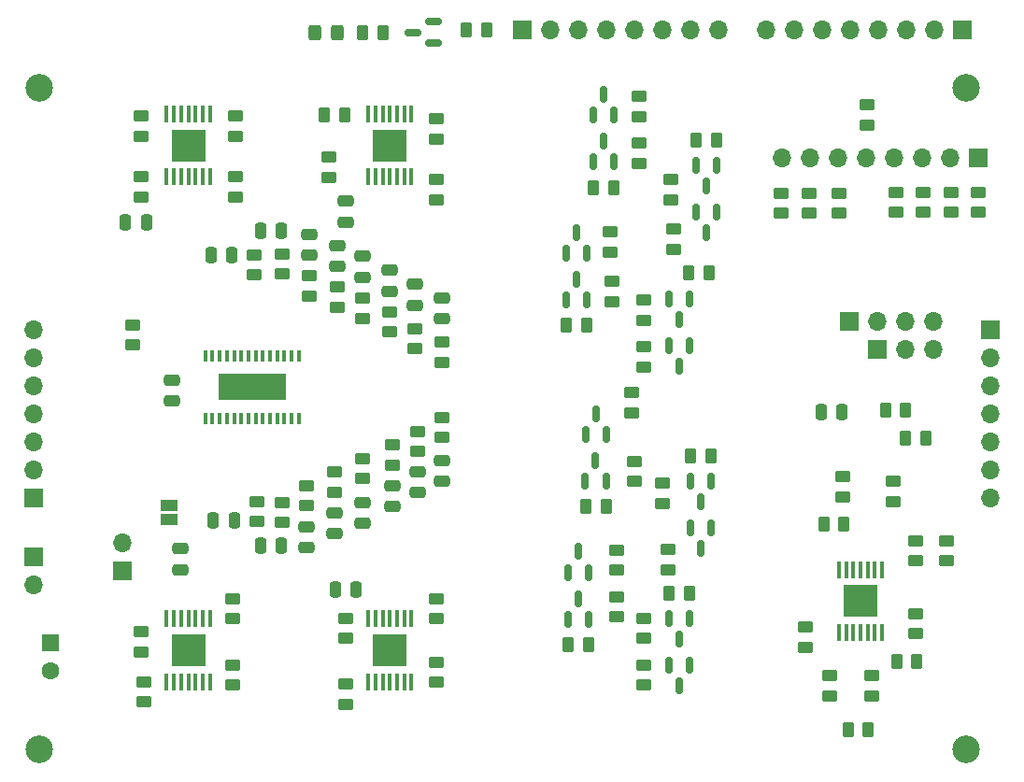
<source format=gbr>
%TF.GenerationSoftware,KiCad,Pcbnew,7.0.8-7.0.8~ubuntu20.04.1*%
%TF.CreationDate,2023-11-06T15:40:33+00:00*%
%TF.ProjectId,one-synapse-electronic,6f6e652d-7379-46e6-9170-73652d656c65,rev?*%
%TF.SameCoordinates,Original*%
%TF.FileFunction,Soldermask,Top*%
%TF.FilePolarity,Negative*%
%FSLAX46Y46*%
G04 Gerber Fmt 4.6, Leading zero omitted, Abs format (unit mm)*
G04 Created by KiCad (PCBNEW 7.0.8-7.0.8~ubuntu20.04.1) date 2023-11-06 15:40:33*
%MOMM*%
%LPD*%
G01*
G04 APERTURE LIST*
G04 Aperture macros list*
%AMRoundRect*
0 Rectangle with rounded corners*
0 $1 Rounding radius*
0 $2 $3 $4 $5 $6 $7 $8 $9 X,Y pos of 4 corners*
0 Add a 4 corners polygon primitive as box body*
4,1,4,$2,$3,$4,$5,$6,$7,$8,$9,$2,$3,0*
0 Add four circle primitives for the rounded corners*
1,1,$1+$1,$2,$3*
1,1,$1+$1,$4,$5*
1,1,$1+$1,$6,$7*
1,1,$1+$1,$8,$9*
0 Add four rect primitives between the rounded corners*
20,1,$1+$1,$2,$3,$4,$5,0*
20,1,$1+$1,$4,$5,$6,$7,0*
20,1,$1+$1,$6,$7,$8,$9,0*
20,1,$1+$1,$8,$9,$2,$3,0*%
G04 Aperture macros list end*
%ADD10R,1.700000X1.700000*%
%ADD11O,1.700000X1.700000*%
%ADD12R,6.170000X2.400000*%
%ADD13R,0.400000X1.100000*%
%ADD14RoundRect,0.250000X-0.450000X0.262500X-0.450000X-0.262500X0.450000X-0.262500X0.450000X0.262500X0*%
%ADD15RoundRect,0.150000X0.150000X-0.587500X0.150000X0.587500X-0.150000X0.587500X-0.150000X-0.587500X0*%
%ADD16RoundRect,0.250000X-0.475000X0.250000X-0.475000X-0.250000X0.475000X-0.250000X0.475000X0.250000X0*%
%ADD17RoundRect,0.250000X0.450000X-0.262500X0.450000X0.262500X-0.450000X0.262500X-0.450000X-0.262500X0*%
%ADD18RoundRect,0.150000X-0.150000X0.587500X-0.150000X-0.587500X0.150000X-0.587500X0.150000X0.587500X0*%
%ADD19RoundRect,0.250000X-0.262500X-0.450000X0.262500X-0.450000X0.262500X0.450000X-0.262500X0.450000X0*%
%ADD20RoundRect,0.250000X-0.250000X-0.475000X0.250000X-0.475000X0.250000X0.475000X-0.250000X0.475000X0*%
%ADD21C,2.500000*%
%ADD22RoundRect,0.250000X0.475000X-0.250000X0.475000X0.250000X-0.475000X0.250000X-0.475000X-0.250000X0*%
%ADD23RoundRect,0.250000X0.262500X0.450000X-0.262500X0.450000X-0.262500X-0.450000X0.262500X-0.450000X0*%
%ADD24RoundRect,0.150000X0.587500X0.150000X-0.587500X0.150000X-0.587500X-0.150000X0.587500X-0.150000X0*%
%ADD25R,1.600000X1.600000*%
%ADD26C,1.600000*%
%ADD27R,1.500000X1.000000*%
%ADD28RoundRect,0.250000X0.325000X0.450000X-0.325000X0.450000X-0.325000X-0.450000X0.325000X-0.450000X0*%
%ADD29R,3.100000X3.000000*%
%ADD30RoundRect,0.100000X-0.100000X0.687500X-0.100000X-0.687500X0.100000X-0.687500X0.100000X0.687500X0*%
%ADD31RoundRect,0.250000X0.250000X0.475000X-0.250000X0.475000X-0.250000X-0.475000X0.250000X-0.475000X0*%
%ADD32RoundRect,0.100000X0.100000X-0.687500X0.100000X0.687500X-0.100000X0.687500X-0.100000X-0.687500X0*%
G04 APERTURE END LIST*
D10*
%TO.C,J5*%
X141200000Y-143920000D03*
D11*
X141200000Y-146460000D03*
X141200000Y-149000000D03*
X141200000Y-151540000D03*
X141200000Y-154080000D03*
X141200000Y-156620000D03*
X141200000Y-159160000D03*
%TD*%
D12*
%TO.C,U1*%
X74275000Y-149150000D03*
D13*
X70050000Y-152000000D03*
X70700000Y-152000000D03*
X71350000Y-152000000D03*
X72000000Y-152000000D03*
X72650000Y-152000000D03*
X73300000Y-152000000D03*
X73950000Y-152000000D03*
X74600000Y-152000000D03*
X75250000Y-152000000D03*
X75900000Y-152000000D03*
X76550000Y-152000000D03*
X77200000Y-152000000D03*
X77850000Y-152000000D03*
X78500000Y-152000000D03*
X78500000Y-146300000D03*
X77850000Y-146300000D03*
X77200000Y-146300000D03*
X76550000Y-146300000D03*
X75900000Y-146300000D03*
X75250000Y-146300000D03*
X74600000Y-146300000D03*
X73950000Y-146300000D03*
X73300000Y-146300000D03*
X72650000Y-146300000D03*
X72000000Y-146300000D03*
X71350000Y-146300000D03*
X70700000Y-146300000D03*
X70050000Y-146300000D03*
%TD*%
D14*
%TO.C,R10*%
X91500000Y-145087500D03*
X91500000Y-146912500D03*
%TD*%
D15*
%TO.C,Q21*%
X102712500Y-137012500D03*
X104612500Y-137012500D03*
X103662500Y-135137500D03*
%TD*%
D14*
%TO.C,R23*%
X137600000Y-131500000D03*
X137600000Y-133325000D03*
%TD*%
D16*
%TO.C,C20*%
X67750000Y-163800000D03*
X67750000Y-165700000D03*
%TD*%
D17*
%TO.C,R44*%
X91000000Y-126662500D03*
X91000000Y-124837500D03*
%TD*%
%TO.C,R47*%
X72750000Y-131912500D03*
X72750000Y-130087500D03*
%TD*%
D16*
%TO.C,C13*%
X84250000Y-137300000D03*
X84250000Y-139200000D03*
%TD*%
D18*
%TO.C,Q25*%
X113950000Y-174375000D03*
X112050000Y-174375000D03*
X113000000Y-176250000D03*
%TD*%
D14*
%TO.C,R69*%
X127800000Y-157287500D03*
X127800000Y-159112500D03*
%TD*%
D10*
%TO.C,J2*%
X98800000Y-116750000D03*
D11*
X101340000Y-116750000D03*
X103880000Y-116750000D03*
X106420000Y-116750000D03*
X108960000Y-116750000D03*
X111500000Y-116750000D03*
X114040000Y-116750000D03*
X116580000Y-116750000D03*
%TD*%
D19*
%TO.C,R67*%
X133487500Y-153800000D03*
X135312500Y-153800000D03*
%TD*%
D20*
%TO.C,C2*%
X70750000Y-161250000D03*
X72650000Y-161250000D03*
%TD*%
D14*
%TO.C,R14*%
X82000000Y-140087500D03*
X82000000Y-141912500D03*
%TD*%
%TO.C,R34*%
X72500000Y-168337500D03*
X72500000Y-170162500D03*
%TD*%
D16*
%TO.C,C11*%
X89000000Y-139850000D03*
X89000000Y-141750000D03*
%TD*%
D14*
%TO.C,R75*%
X134400000Y-169687500D03*
X134400000Y-171512500D03*
%TD*%
%TO.C,R42*%
X81250000Y-128337500D03*
X81250000Y-130162500D03*
%TD*%
D20*
%TO.C,C3*%
X75050000Y-163500000D03*
X76950000Y-163500000D03*
%TD*%
D19*
%TO.C,R80*%
X84287500Y-117000000D03*
X86112500Y-117000000D03*
%TD*%
D15*
%TO.C,Q22*%
X102712500Y-141262500D03*
X104612500Y-141262500D03*
X103662500Y-139387500D03*
%TD*%
D18*
%TO.C,Q24*%
X116417500Y-129045000D03*
X114517500Y-129045000D03*
X115467500Y-130920000D03*
%TD*%
D17*
%TO.C,R7*%
X87000000Y-156212500D03*
X87000000Y-154387500D03*
%TD*%
D21*
%TO.C,H1*%
X55000000Y-122000000D03*
%TD*%
D17*
%TO.C,R40*%
X82750000Y-177912500D03*
X82750000Y-176087500D03*
%TD*%
D22*
%TO.C,C7*%
X87000000Y-160000000D03*
X87000000Y-158100000D03*
%TD*%
D14*
%TO.C,R37*%
X72500000Y-174337500D03*
X72500000Y-176162500D03*
%TD*%
D18*
%TO.C,Q27*%
X113950000Y-170125000D03*
X112050000Y-170125000D03*
X113000000Y-172000000D03*
%TD*%
D17*
%TO.C,R73*%
X134400000Y-164912500D03*
X134400000Y-163087500D03*
%TD*%
D15*
%TO.C,Q29*%
X102887500Y-165937500D03*
X104787500Y-165937500D03*
X103837500Y-164062500D03*
%TD*%
D16*
%TO.C,C15*%
X79500000Y-135300000D03*
X79500000Y-137200000D03*
%TD*%
D17*
%TO.C,R4*%
X79250000Y-159912500D03*
X79250000Y-158087500D03*
%TD*%
D22*
%TO.C,C9*%
X91500000Y-157700000D03*
X91500000Y-155800000D03*
%TD*%
%TO.C,C4*%
X79250000Y-163700000D03*
X79250000Y-161800000D03*
%TD*%
D15*
%TO.C,Q26*%
X104506250Y-153418750D03*
X106406250Y-153418750D03*
X105456250Y-151543750D03*
%TD*%
D20*
%TO.C,C16*%
X75050000Y-135000000D03*
X76950000Y-135000000D03*
%TD*%
D10*
%TO.C,J3*%
X138620000Y-116750000D03*
D11*
X136080000Y-116750000D03*
X133540000Y-116750000D03*
X131000000Y-116750000D03*
X128460000Y-116750000D03*
X125920000Y-116750000D03*
X123380000Y-116750000D03*
X120840000Y-116750000D03*
%TD*%
D17*
%TO.C,R64*%
X107337500Y-165725000D03*
X107337500Y-163900000D03*
%TD*%
D19*
%TO.C,R79*%
X93687500Y-116800000D03*
X95512500Y-116800000D03*
%TD*%
D14*
%TO.C,R21*%
X132600000Y-131500000D03*
X132600000Y-133325000D03*
%TD*%
D17*
%TO.C,R49*%
X64250000Y-126412500D03*
X64250000Y-124587500D03*
%TD*%
D22*
%TO.C,C6*%
X84250000Y-161500000D03*
X84250000Y-159600000D03*
%TD*%
D14*
%TO.C,R18*%
X124750000Y-131587500D03*
X124750000Y-133412500D03*
%TD*%
D17*
%TO.C,R20*%
X130000000Y-125412500D03*
X130000000Y-123587500D03*
%TD*%
%TO.C,R53*%
X109380000Y-128870000D03*
X109380000Y-127045000D03*
%TD*%
D23*
%TO.C,R26*%
X106368750Y-159981250D03*
X104543750Y-159981250D03*
%TD*%
D17*
%TO.C,R57*%
X108956250Y-157706250D03*
X108956250Y-155881250D03*
%TD*%
%TO.C,R48*%
X72750000Y-126412500D03*
X72750000Y-124587500D03*
%TD*%
D15*
%TO.C,Q28*%
X104456250Y-157668750D03*
X106356250Y-157668750D03*
X105406250Y-155793750D03*
%TD*%
D14*
%TO.C,R55*%
X109750000Y-170087500D03*
X109750000Y-171912500D03*
%TD*%
D18*
%TO.C,Q17*%
X113950000Y-145375000D03*
X112050000Y-145375000D03*
X113000000Y-147250000D03*
%TD*%
D17*
%TO.C,R77*%
X137200000Y-164912500D03*
X137200000Y-163087500D03*
%TD*%
D16*
%TO.C,C10*%
X91500000Y-141050000D03*
X91500000Y-142950000D03*
%TD*%
D18*
%TO.C,Q32*%
X115906250Y-157668750D03*
X114006250Y-157668750D03*
X114956250Y-159543750D03*
%TD*%
D20*
%TO.C,C18*%
X62800000Y-134250000D03*
X64700000Y-134250000D03*
%TD*%
D14*
%TO.C,R72*%
X126600000Y-175287500D03*
X126600000Y-177112500D03*
%TD*%
D17*
%TO.C,R52*%
X106912500Y-141387500D03*
X106912500Y-139562500D03*
%TD*%
D19*
%TO.C,R25*%
X114043750Y-155356250D03*
X115868750Y-155356250D03*
%TD*%
D17*
%TO.C,R9*%
X91500000Y-153712500D03*
X91500000Y-151887500D03*
%TD*%
D15*
%TO.C,Q31*%
X102887500Y-170187500D03*
X104787500Y-170187500D03*
X103837500Y-168312500D03*
%TD*%
D18*
%TO.C,Q30*%
X115906250Y-161918750D03*
X114006250Y-161918750D03*
X114956250Y-163793750D03*
%TD*%
D14*
%TO.C,R15*%
X79500000Y-139087500D03*
X79500000Y-140912500D03*
%TD*%
D17*
%TO.C,R8*%
X89250000Y-155000000D03*
X89250000Y-153175000D03*
%TD*%
%TO.C,R61*%
X109380000Y-124620000D03*
X109380000Y-122795000D03*
%TD*%
D19*
%TO.C,R29*%
X114555000Y-126732500D03*
X116380000Y-126732500D03*
%TD*%
D24*
%TO.C,Q1*%
X90737500Y-117950000D03*
X90737500Y-116050000D03*
X88862500Y-117000000D03*
%TD*%
D17*
%TO.C,R39*%
X82750000Y-171912500D03*
X82750000Y-170087500D03*
%TD*%
%TO.C,R35*%
X64250000Y-173162500D03*
X64250000Y-171337500D03*
%TD*%
D14*
%TO.C,R38*%
X91000000Y-168337500D03*
X91000000Y-170162500D03*
%TD*%
%TO.C,R59*%
X109750000Y-145500000D03*
X109750000Y-147325000D03*
%TD*%
D21*
%TO.C,H2*%
X139000000Y-122000000D03*
%TD*%
D25*
%TO.C,C24*%
X56000000Y-172347349D03*
D26*
X56000000Y-174847349D03*
%TD*%
D14*
%TO.C,R19*%
X127500000Y-131587500D03*
X127500000Y-133412500D03*
%TD*%
D10*
%TO.C,J4*%
X54500000Y-159160000D03*
D11*
X54500000Y-156620000D03*
X54500000Y-154080000D03*
X54500000Y-151540000D03*
X54500000Y-149000000D03*
X54500000Y-146460000D03*
X54500000Y-143920000D03*
%TD*%
D19*
%TO.C,R74*%
X128287500Y-180200000D03*
X130112500Y-180200000D03*
%TD*%
D14*
%TO.C,R16*%
X77000000Y-137087500D03*
X77000000Y-138912500D03*
%TD*%
D23*
%TO.C,R27*%
X104750000Y-172500000D03*
X102925000Y-172500000D03*
%TD*%
%TO.C,R31*%
X104575000Y-143575000D03*
X102750000Y-143575000D03*
%TD*%
D20*
%TO.C,C17*%
X70550000Y-137150000D03*
X72450000Y-137150000D03*
%TD*%
D19*
%TO.C,R28*%
X112087500Y-167812500D03*
X113912500Y-167812500D03*
%TD*%
D14*
%TO.C,R63*%
X109750000Y-174337500D03*
X109750000Y-176162500D03*
%TD*%
D21*
%TO.C,H4*%
X55000000Y-182000000D03*
%TD*%
D17*
%TO.C,R36*%
X64500000Y-177662500D03*
X64500000Y-175837500D03*
%TD*%
%TO.C,R60*%
X106750000Y-136912500D03*
X106750000Y-135087500D03*
%TD*%
D16*
%TO.C,C12*%
X86750000Y-138550000D03*
X86750000Y-140450000D03*
%TD*%
D19*
%TO.C,R78*%
X132687500Y-174000000D03*
X134512500Y-174000000D03*
%TD*%
D27*
%TO.C,JP1*%
X66750000Y-159850000D03*
X66750000Y-161150000D03*
%TD*%
D28*
%TO.C,D1*%
X82025000Y-117000000D03*
X79975000Y-117000000D03*
%TD*%
D14*
%TO.C,R33*%
X74500000Y-137175000D03*
X74500000Y-139000000D03*
%TD*%
%TO.C,R12*%
X86750000Y-142337500D03*
X86750000Y-144162500D03*
%TD*%
D17*
%TO.C,R56*%
X107337500Y-169975000D03*
X107337500Y-168150000D03*
%TD*%
%TO.C,R3*%
X77000000Y-161412500D03*
X77000000Y-159587500D03*
%TD*%
D23*
%TO.C,R30*%
X107042500Y-131057500D03*
X105217500Y-131057500D03*
%TD*%
D29*
%TO.C,U2*%
X68500000Y-173000000D03*
D30*
X70450000Y-170137500D03*
X69800000Y-170137500D03*
X69150000Y-170137500D03*
X68500000Y-170137500D03*
X67850000Y-170137500D03*
X67200000Y-170137500D03*
X66550000Y-170137500D03*
X66550000Y-175862500D03*
X67200000Y-175862500D03*
X67850000Y-175862500D03*
X68500000Y-175862500D03*
X69150000Y-175862500D03*
X69800000Y-175862500D03*
X70450000Y-175862500D03*
%TD*%
D14*
%TO.C,R22*%
X135100000Y-131500000D03*
X135100000Y-133325000D03*
%TD*%
D29*
%TO.C,U6*%
X129425000Y-168550000D03*
D30*
X131375000Y-165687500D03*
X130725000Y-165687500D03*
X130075000Y-165687500D03*
X129425000Y-165687500D03*
X128775000Y-165687500D03*
X128125000Y-165687500D03*
X127475000Y-165687500D03*
X127475000Y-171412500D03*
X128125000Y-171412500D03*
X128775000Y-171412500D03*
X129425000Y-171412500D03*
X130075000Y-171412500D03*
X130725000Y-171412500D03*
X131375000Y-171412500D03*
%TD*%
D20*
%TO.C,C21*%
X81800000Y-167500000D03*
X83700000Y-167500000D03*
%TD*%
D15*
%TO.C,Q18*%
X105180000Y-124495000D03*
X107080000Y-124495000D03*
X106130000Y-122620000D03*
%TD*%
D10*
%TO.C,J10*%
X130920000Y-145750000D03*
D11*
X133460000Y-145750000D03*
X136000000Y-145750000D03*
%TD*%
D19*
%TO.C,R45*%
X80837500Y-124500000D03*
X82662500Y-124500000D03*
%TD*%
D31*
%TO.C,C22*%
X127750000Y-151400000D03*
X125850000Y-151400000D03*
%TD*%
D17*
%TO.C,R1*%
X63500000Y-145325000D03*
X63500000Y-143500000D03*
%TD*%
D14*
%TO.C,R41*%
X91000000Y-174087500D03*
X91000000Y-175912500D03*
%TD*%
%TO.C,R71*%
X124400000Y-170887500D03*
X124400000Y-172712500D03*
%TD*%
D21*
%TO.C,H3*%
X139000000Y-182000000D03*
%TD*%
D14*
%TO.C,R58*%
X111456250Y-157881250D03*
X111456250Y-159706250D03*
%TD*%
D17*
%TO.C,R62*%
X112500000Y-136662500D03*
X112500000Y-134837500D03*
%TD*%
%TO.C,R46*%
X64250000Y-131912500D03*
X64250000Y-130087500D03*
%TD*%
%TO.C,R54*%
X112217500Y-132162500D03*
X112217500Y-130337500D03*
%TD*%
D10*
%TO.C,J6*%
X54500000Y-164500000D03*
D11*
X54500000Y-167040000D03*
%TD*%
D14*
%TO.C,R76*%
X130400000Y-175287500D03*
X130400000Y-177112500D03*
%TD*%
D18*
%TO.C,Q23*%
X116417500Y-133295000D03*
X114517500Y-133295000D03*
X115467500Y-135170000D03*
%TD*%
D17*
%TO.C,R5*%
X81750000Y-158662500D03*
X81750000Y-156837500D03*
%TD*%
D22*
%TO.C,C1*%
X67000000Y-150400000D03*
X67000000Y-148500000D03*
%TD*%
%TO.C,C5*%
X81750000Y-162450000D03*
X81750000Y-160550000D03*
%TD*%
D17*
%TO.C,R43*%
X91000000Y-132162500D03*
X91000000Y-130337500D03*
%TD*%
%TO.C,R50*%
X132400000Y-159512500D03*
X132400000Y-157687500D03*
%TD*%
D16*
%TO.C,C14*%
X82000000Y-136300000D03*
X82000000Y-138200000D03*
%TD*%
%TO.C,C19*%
X82750000Y-132300000D03*
X82750000Y-134200000D03*
%TD*%
D29*
%TO.C,U3*%
X86775000Y-173000000D03*
D30*
X88725000Y-170137500D03*
X88075000Y-170137500D03*
X87425000Y-170137500D03*
X86775000Y-170137500D03*
X86125000Y-170137500D03*
X85475000Y-170137500D03*
X84825000Y-170137500D03*
X84825000Y-175862500D03*
X85475000Y-175862500D03*
X86125000Y-175862500D03*
X86775000Y-175862500D03*
X87425000Y-175862500D03*
X88075000Y-175862500D03*
X88725000Y-175862500D03*
%TD*%
D23*
%TO.C,R70*%
X127912500Y-161600000D03*
X126087500Y-161600000D03*
%TD*%
%TO.C,R68*%
X133512500Y-151200000D03*
X131687500Y-151200000D03*
%TD*%
D14*
%TO.C,R51*%
X109750000Y-141250000D03*
X109750000Y-143075000D03*
%TD*%
%TO.C,R17*%
X122250000Y-131587500D03*
X122250000Y-133412500D03*
%TD*%
D10*
%TO.C,J9*%
X128420000Y-143210000D03*
D11*
X130960000Y-143210000D03*
X133500000Y-143210000D03*
X136040000Y-143210000D03*
%TD*%
D23*
%TO.C,R32*%
X115662500Y-138812500D03*
X113837500Y-138812500D03*
%TD*%
D22*
%TO.C,C8*%
X89250000Y-158700000D03*
X89250000Y-156800000D03*
%TD*%
D14*
%TO.C,R24*%
X140100000Y-131500000D03*
X140100000Y-133325000D03*
%TD*%
D17*
%TO.C,R2*%
X74700000Y-161325000D03*
X74700000Y-159500000D03*
%TD*%
%TO.C,R66*%
X111956250Y-165706250D03*
X111956250Y-163881250D03*
%TD*%
D18*
%TO.C,Q19*%
X113950000Y-141125000D03*
X112050000Y-141125000D03*
X113000000Y-143000000D03*
%TD*%
D15*
%TO.C,Q20*%
X105180000Y-128745000D03*
X107080000Y-128745000D03*
X106130000Y-126870000D03*
%TD*%
D14*
%TO.C,R65*%
X108706250Y-149631250D03*
X108706250Y-151456250D03*
%TD*%
D10*
%TO.C,J1*%
X62500000Y-165775000D03*
D11*
X62500000Y-163235000D03*
%TD*%
D14*
%TO.C,R11*%
X89000000Y-143837500D03*
X89000000Y-145662500D03*
%TD*%
D10*
%TO.C,J7*%
X140100000Y-128412500D03*
D11*
X137560000Y-128412500D03*
X135020000Y-128412500D03*
X132480000Y-128412500D03*
X129940000Y-128412500D03*
X127400000Y-128412500D03*
X124860000Y-128412500D03*
X122320000Y-128412500D03*
%TD*%
D29*
%TO.C,U5*%
X68500000Y-127250000D03*
D32*
X66550000Y-130112500D03*
X67200000Y-130112500D03*
X67850000Y-130112500D03*
X68500000Y-130112500D03*
X69150000Y-130112500D03*
X69800000Y-130112500D03*
X70450000Y-130112500D03*
X70450000Y-124387500D03*
X69800000Y-124387500D03*
X69150000Y-124387500D03*
X68500000Y-124387500D03*
X67850000Y-124387500D03*
X67200000Y-124387500D03*
X66550000Y-124387500D03*
%TD*%
D29*
%TO.C,U4*%
X86775000Y-127250000D03*
D32*
X84825000Y-130112500D03*
X85475000Y-130112500D03*
X86125000Y-130112500D03*
X86775000Y-130112500D03*
X87425000Y-130112500D03*
X88075000Y-130112500D03*
X88725000Y-130112500D03*
X88725000Y-124387500D03*
X88075000Y-124387500D03*
X87425000Y-124387500D03*
X86775000Y-124387500D03*
X86125000Y-124387500D03*
X85475000Y-124387500D03*
X84825000Y-124387500D03*
%TD*%
D17*
%TO.C,R6*%
X84250000Y-157462500D03*
X84250000Y-155637500D03*
%TD*%
D14*
%TO.C,R13*%
X84250000Y-141087500D03*
X84250000Y-142912500D03*
%TD*%
M02*

</source>
